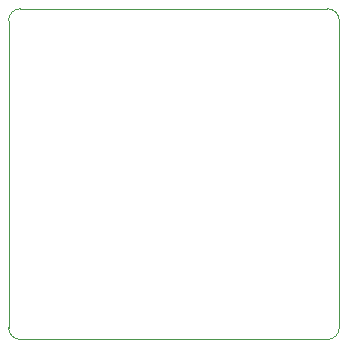
<source format=gbr>
%TF.GenerationSoftware,KiCad,Pcbnew,8.0.4*%
%TF.CreationDate,2024-07-26T12:29:51+01:00*%
%TF.ProjectId,beeb_wifiport,62656562-5f77-4696-9669-706f72742e6b,rev?*%
%TF.SameCoordinates,Original*%
%TF.FileFunction,Profile,NP*%
%FSLAX46Y46*%
G04 Gerber Fmt 4.6, Leading zero omitted, Abs format (unit mm)*
G04 Created by KiCad (PCBNEW 8.0.4) date 2024-07-26 12:29:51*
%MOMM*%
%LPD*%
G01*
G04 APERTURE LIST*
%TA.AperFunction,Profile*%
%ADD10C,0.050000*%
%TD*%
G04 APERTURE END LIST*
D10*
X137000000Y-86000000D02*
X163000000Y-86000000D01*
X164000000Y-113000000D02*
G75*
G02*
X163000000Y-114000000I-1000000J0D01*
G01*
X163000000Y-86000000D02*
G75*
G02*
X164000000Y-87000000I0J-1000000D01*
G01*
X163000000Y-114000000D02*
X137000000Y-114000000D01*
X136000000Y-87000000D02*
G75*
G02*
X137000000Y-86000000I1000000J0D01*
G01*
X136000000Y-113000000D02*
X136000000Y-87000000D01*
X137000000Y-114000000D02*
G75*
G02*
X136000000Y-113000000I0J1000000D01*
G01*
X164000000Y-87000000D02*
X164000000Y-113000000D01*
M02*

</source>
